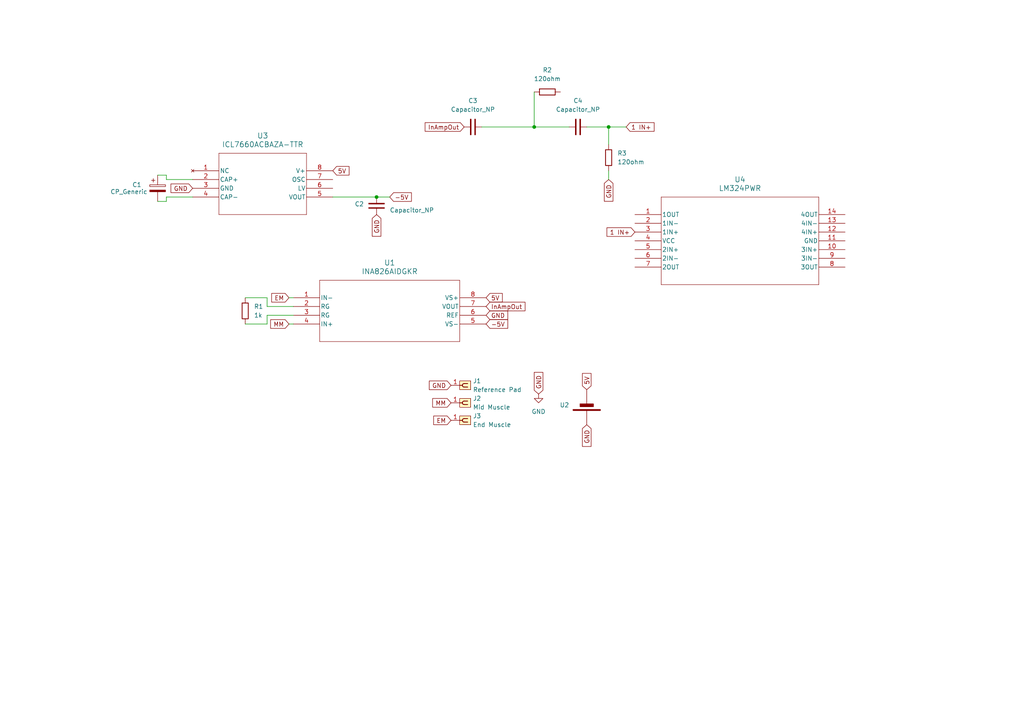
<source format=kicad_sch>
(kicad_sch
	(version 20231120)
	(generator "eeschema")
	(generator_version "8.0")
	(uuid "bcd4dd1b-b95e-4dfd-ae6a-d3ccdbb9c539")
	(paper "A4")
	(lib_symbols
		(symbol "2025-03-13_08-09-07:INA826AIDGKR"
			(pin_names
				(offset 0.254)
			)
			(exclude_from_sim no)
			(in_bom yes)
			(on_board yes)
			(property "Reference" "U"
				(at 27.94 10.16 0)
				(effects
					(font
						(size 1.524 1.524)
					)
				)
			)
			(property "Value" "INA826AIDGKR"
				(at 27.94 7.62 0)
				(effects
					(font
						(size 1.524 1.524)
					)
				)
			)
			(property "Footprint" "DGK8"
				(at 0 0 0)
				(effects
					(font
						(size 1.27 1.27)
						(italic yes)
					)
					(hide yes)
				)
			)
			(property "Datasheet" "INA826AIDGKR"
				(at 0 0 0)
				(effects
					(font
						(size 1.27 1.27)
						(italic yes)
					)
					(hide yes)
				)
			)
			(property "Description" ""
				(at 0 0 0)
				(effects
					(font
						(size 1.27 1.27)
					)
					(hide yes)
				)
			)
			(property "ki_locked" ""
				(at 0 0 0)
				(effects
					(font
						(size 1.27 1.27)
					)
				)
			)
			(property "ki_keywords" "INA826AIDGKR"
				(at 0 0 0)
				(effects
					(font
						(size 1.27 1.27)
					)
					(hide yes)
				)
			)
			(property "ki_fp_filters" "DGK8 DGK8-M DGK8-L"
				(at 0 0 0)
				(effects
					(font
						(size 1.27 1.27)
					)
					(hide yes)
				)
			)
			(symbol "INA826AIDGKR_0_1"
				(polyline
					(pts
						(xy 7.62 -12.7) (xy 48.26 -12.7)
					)
					(stroke
						(width 0.127)
						(type default)
					)
					(fill
						(type none)
					)
				)
				(polyline
					(pts
						(xy 7.62 5.08) (xy 7.62 -12.7)
					)
					(stroke
						(width 0.127)
						(type default)
					)
					(fill
						(type none)
					)
				)
				(polyline
					(pts
						(xy 48.26 -12.7) (xy 48.26 5.08)
					)
					(stroke
						(width 0.127)
						(type default)
					)
					(fill
						(type none)
					)
				)
				(polyline
					(pts
						(xy 48.26 5.08) (xy 7.62 5.08)
					)
					(stroke
						(width 0.127)
						(type default)
					)
					(fill
						(type none)
					)
				)
				(pin input line
					(at 0 0 0)
					(length 7.62)
					(name "IN-"
						(effects
							(font
								(size 1.27 1.27)
							)
						)
					)
					(number "1"
						(effects
							(font
								(size 1.27 1.27)
							)
						)
					)
				)
				(pin unspecified line
					(at 0 -2.54 0)
					(length 7.62)
					(name "RG"
						(effects
							(font
								(size 1.27 1.27)
							)
						)
					)
					(number "2"
						(effects
							(font
								(size 1.27 1.27)
							)
						)
					)
				)
				(pin unspecified line
					(at 0 -5.08 0)
					(length 7.62)
					(name "RG"
						(effects
							(font
								(size 1.27 1.27)
							)
						)
					)
					(number "3"
						(effects
							(font
								(size 1.27 1.27)
							)
						)
					)
				)
				(pin input line
					(at 0 -7.62 0)
					(length 7.62)
					(name "IN+"
						(effects
							(font
								(size 1.27 1.27)
							)
						)
					)
					(number "4"
						(effects
							(font
								(size 1.27 1.27)
							)
						)
					)
				)
				(pin power_in line
					(at 55.88 -7.62 180)
					(length 7.62)
					(name "VS-"
						(effects
							(font
								(size 1.27 1.27)
							)
						)
					)
					(number "5"
						(effects
							(font
								(size 1.27 1.27)
							)
						)
					)
				)
				(pin unspecified line
					(at 55.88 -5.08 180)
					(length 7.62)
					(name "REF"
						(effects
							(font
								(size 1.27 1.27)
							)
						)
					)
					(number "6"
						(effects
							(font
								(size 1.27 1.27)
							)
						)
					)
				)
				(pin output line
					(at 55.88 -2.54 180)
					(length 7.62)
					(name "VOUT"
						(effects
							(font
								(size 1.27 1.27)
							)
						)
					)
					(number "7"
						(effects
							(font
								(size 1.27 1.27)
							)
						)
					)
				)
				(pin power_in line
					(at 55.88 0 180)
					(length 7.62)
					(name "VS+"
						(effects
							(font
								(size 1.27 1.27)
							)
						)
					)
					(number "8"
						(effects
							(font
								(size 1.27 1.27)
							)
						)
					)
				)
			)
		)
		(symbol "INA7660:ICL7660ACBAZA-TTR"
			(pin_names
				(offset 0.254)
			)
			(exclude_from_sim no)
			(in_bom yes)
			(on_board yes)
			(property "Reference" "U"
				(at 20.32 10.16 0)
				(effects
					(font
						(size 1.524 1.524)
					)
				)
			)
			(property "Value" "ICL7660ACBAZA-TTR"
				(at 20.32 7.62 0)
				(effects
					(font
						(size 1.524 1.524)
					)
				)
			)
			(property "Footprint" "SOIC8_4X5_INR"
				(at 0 0 0)
				(effects
					(font
						(size 1.27 1.27)
						(italic yes)
					)
					(hide yes)
				)
			)
			(property "Datasheet" "ICL7660ACBAZA-TTR"
				(at 0 0 0)
				(effects
					(font
						(size 1.27 1.27)
						(italic yes)
					)
					(hide yes)
				)
			)
			(property "Description" ""
				(at 0 0 0)
				(effects
					(font
						(size 1.27 1.27)
					)
					(hide yes)
				)
			)
			(property "ki_locked" ""
				(at 0 0 0)
				(effects
					(font
						(size 1.27 1.27)
					)
				)
			)
			(property "ki_keywords" "ICL7660ACBAZA-TTR"
				(at 0 0 0)
				(effects
					(font
						(size 1.27 1.27)
					)
					(hide yes)
				)
			)
			(property "ki_fp_filters" "SOIC8_4X5_INR SOIC8_4X5_INR-M SOIC8_4X5_INR-L"
				(at 0 0 0)
				(effects
					(font
						(size 1.27 1.27)
					)
					(hide yes)
				)
			)
			(symbol "ICL7660ACBAZA-TTR_0_1"
				(polyline
					(pts
						(xy 7.62 -12.7) (xy 33.02 -12.7)
					)
					(stroke
						(width 0.127)
						(type default)
					)
					(fill
						(type none)
					)
				)
				(polyline
					(pts
						(xy 7.62 5.08) (xy 7.62 -12.7)
					)
					(stroke
						(width 0.127)
						(type default)
					)
					(fill
						(type none)
					)
				)
				(polyline
					(pts
						(xy 33.02 -12.7) (xy 33.02 5.08)
					)
					(stroke
						(width 0.127)
						(type default)
					)
					(fill
						(type none)
					)
				)
				(polyline
					(pts
						(xy 33.02 5.08) (xy 7.62 5.08)
					)
					(stroke
						(width 0.127)
						(type default)
					)
					(fill
						(type none)
					)
				)
				(pin no_connect line
					(at 0 0 0)
					(length 7.62)
					(name "NC"
						(effects
							(font
								(size 1.27 1.27)
							)
						)
					)
					(number "1"
						(effects
							(font
								(size 1.27 1.27)
							)
						)
					)
				)
				(pin unspecified line
					(at 0 -2.54 0)
					(length 7.62)
					(name "CAP+"
						(effects
							(font
								(size 1.27 1.27)
							)
						)
					)
					(number "2"
						(effects
							(font
								(size 1.27 1.27)
							)
						)
					)
				)
				(pin power_in line
					(at 0 -5.08 0)
					(length 7.62)
					(name "GND"
						(effects
							(font
								(size 1.27 1.27)
							)
						)
					)
					(number "3"
						(effects
							(font
								(size 1.27 1.27)
							)
						)
					)
				)
				(pin unspecified line
					(at 0 -7.62 0)
					(length 7.62)
					(name "CAP-"
						(effects
							(font
								(size 1.27 1.27)
							)
						)
					)
					(number "4"
						(effects
							(font
								(size 1.27 1.27)
							)
						)
					)
				)
				(pin output line
					(at 40.64 -7.62 180)
					(length 7.62)
					(name "VOUT"
						(effects
							(font
								(size 1.27 1.27)
							)
						)
					)
					(number "5"
						(effects
							(font
								(size 1.27 1.27)
							)
						)
					)
				)
				(pin unspecified line
					(at 40.64 -5.08 180)
					(length 7.62)
					(name "LV"
						(effects
							(font
								(size 1.27 1.27)
							)
						)
					)
					(number "6"
						(effects
							(font
								(size 1.27 1.27)
							)
						)
					)
				)
				(pin unspecified line
					(at 40.64 -2.54 180)
					(length 7.62)
					(name "OSC"
						(effects
							(font
								(size 1.27 1.27)
							)
						)
					)
					(number "7"
						(effects
							(font
								(size 1.27 1.27)
							)
						)
					)
				)
				(pin power_in line
					(at 40.64 0 180)
					(length 7.62)
					(name "V+"
						(effects
							(font
								(size 1.27 1.27)
							)
						)
					)
					(number "8"
						(effects
							(font
								(size 1.27 1.27)
							)
						)
					)
				)
			)
		)
		(symbol "LM324PWR:LM324PWR"
			(pin_names
				(offset 0.254)
			)
			(exclude_from_sim no)
			(in_bom yes)
			(on_board yes)
			(property "Reference" "U"
				(at 30.48 10.16 0)
				(effects
					(font
						(size 1.524 1.524)
					)
				)
			)
			(property "Value" "LM324PWR"
				(at 30.48 7.62 0)
				(effects
					(font
						(size 1.524 1.524)
					)
				)
			)
			(property "Footprint" "PW14"
				(at 0 0 0)
				(effects
					(font
						(size 1.27 1.27)
						(italic yes)
					)
					(hide yes)
				)
			)
			(property "Datasheet" "LM324PWR"
				(at 0 0 0)
				(effects
					(font
						(size 1.27 1.27)
						(italic yes)
					)
					(hide yes)
				)
			)
			(property "Description" ""
				(at 0 0 0)
				(effects
					(font
						(size 1.27 1.27)
					)
					(hide yes)
				)
			)
			(property "ki_locked" ""
				(at 0 0 0)
				(effects
					(font
						(size 1.27 1.27)
					)
				)
			)
			(property "ki_keywords" "LM324PWR"
				(at 0 0 0)
				(effects
					(font
						(size 1.27 1.27)
					)
					(hide yes)
				)
			)
			(property "ki_fp_filters" "PW14 PW14-M PW14-L"
				(at 0 0 0)
				(effects
					(font
						(size 1.27 1.27)
					)
					(hide yes)
				)
			)
			(symbol "LM324PWR_0_1"
				(polyline
					(pts
						(xy 7.62 -20.32) (xy 53.34 -20.32)
					)
					(stroke
						(width 0.127)
						(type default)
					)
					(fill
						(type none)
					)
				)
				(polyline
					(pts
						(xy 7.62 5.08) (xy 7.62 -20.32)
					)
					(stroke
						(width 0.127)
						(type default)
					)
					(fill
						(type none)
					)
				)
				(polyline
					(pts
						(xy 53.34 -20.32) (xy 53.34 5.08)
					)
					(stroke
						(width 0.127)
						(type default)
					)
					(fill
						(type none)
					)
				)
				(polyline
					(pts
						(xy 53.34 5.08) (xy 7.62 5.08)
					)
					(stroke
						(width 0.127)
						(type default)
					)
					(fill
						(type none)
					)
				)
				(pin output line
					(at 0 0 0)
					(length 7.62)
					(name "1OUT"
						(effects
							(font
								(size 1.27 1.27)
							)
						)
					)
					(number "1"
						(effects
							(font
								(size 1.27 1.27)
							)
						)
					)
				)
				(pin input line
					(at 60.96 -10.16 180)
					(length 7.62)
					(name "3IN+"
						(effects
							(font
								(size 1.27 1.27)
							)
						)
					)
					(number "10"
						(effects
							(font
								(size 1.27 1.27)
							)
						)
					)
				)
				(pin power_in line
					(at 60.96 -7.62 180)
					(length 7.62)
					(name "GND"
						(effects
							(font
								(size 1.27 1.27)
							)
						)
					)
					(number "11"
						(effects
							(font
								(size 1.27 1.27)
							)
						)
					)
				)
				(pin input line
					(at 60.96 -5.08 180)
					(length 7.62)
					(name "4IN+"
						(effects
							(font
								(size 1.27 1.27)
							)
						)
					)
					(number "12"
						(effects
							(font
								(size 1.27 1.27)
							)
						)
					)
				)
				(pin input line
					(at 60.96 -2.54 180)
					(length 7.62)
					(name "4IN-"
						(effects
							(font
								(size 1.27 1.27)
							)
						)
					)
					(number "13"
						(effects
							(font
								(size 1.27 1.27)
							)
						)
					)
				)
				(pin output line
					(at 60.96 0 180)
					(length 7.62)
					(name "4OUT"
						(effects
							(font
								(size 1.27 1.27)
							)
						)
					)
					(number "14"
						(effects
							(font
								(size 1.27 1.27)
							)
						)
					)
				)
				(pin input line
					(at 0 -2.54 0)
					(length 7.62)
					(name "1IN-"
						(effects
							(font
								(size 1.27 1.27)
							)
						)
					)
					(number "2"
						(effects
							(font
								(size 1.27 1.27)
							)
						)
					)
				)
				(pin input line
					(at 0 -5.08 0)
					(length 7.62)
					(name "1IN+"
						(effects
							(font
								(size 1.27 1.27)
							)
						)
					)
					(number "3"
						(effects
							(font
								(size 1.27 1.27)
							)
						)
					)
				)
				(pin power_in line
					(at 0 -7.62 0)
					(length 7.62)
					(name "VCC"
						(effects
							(font
								(size 1.27 1.27)
							)
						)
					)
					(number "4"
						(effects
							(font
								(size 1.27 1.27)
							)
						)
					)
				)
				(pin input line
					(at 0 -10.16 0)
					(length 7.62)
					(name "2IN+"
						(effects
							(font
								(size 1.27 1.27)
							)
						)
					)
					(number "5"
						(effects
							(font
								(size 1.27 1.27)
							)
						)
					)
				)
				(pin input line
					(at 0 -12.7 0)
					(length 7.62)
					(name "2IN-"
						(effects
							(font
								(size 1.27 1.27)
							)
						)
					)
					(number "6"
						(effects
							(font
								(size 1.27 1.27)
							)
						)
					)
				)
				(pin output line
					(at 0 -15.24 0)
					(length 7.62)
					(name "2OUT"
						(effects
							(font
								(size 1.27 1.27)
							)
						)
					)
					(number "7"
						(effects
							(font
								(size 1.27 1.27)
							)
						)
					)
				)
				(pin output line
					(at 60.96 -15.24 180)
					(length 7.62)
					(name "3OUT"
						(effects
							(font
								(size 1.27 1.27)
							)
						)
					)
					(number "8"
						(effects
							(font
								(size 1.27 1.27)
							)
						)
					)
				)
				(pin input line
					(at 60.96 -12.7 180)
					(length 7.62)
					(name "3IN-"
						(effects
							(font
								(size 1.27 1.27)
							)
						)
					)
					(number "9"
						(effects
							(font
								(size 1.27 1.27)
							)
						)
					)
				)
			)
		)
		(symbol "PCM_4ms_Power-symbol:GND"
			(power)
			(pin_names
				(offset 0)
			)
			(exclude_from_sim no)
			(in_bom yes)
			(on_board yes)
			(property "Reference" "#PWR"
				(at 0 -6.35 0)
				(effects
					(font
						(size 1.27 1.27)
					)
					(hide yes)
				)
			)
			(property "Value" "GND"
				(at 0 -3.81 0)
				(effects
					(font
						(size 1.27 1.27)
					)
				)
			)
			(property "Footprint" ""
				(at 0 0 0)
				(effects
					(font
						(size 1.27 1.27)
					)
					(hide yes)
				)
			)
			(property "Datasheet" ""
				(at 0 0 0)
				(effects
					(font
						(size 1.27 1.27)
					)
					(hide yes)
				)
			)
			(property "Description" ""
				(at 0 0 0)
				(effects
					(font
						(size 1.27 1.27)
					)
					(hide yes)
				)
			)
			(symbol "GND_0_1"
				(polyline
					(pts
						(xy 0 0) (xy 0 -1.27) (xy 1.27 -1.27) (xy 0 -2.54) (xy -1.27 -1.27) (xy 0 -1.27)
					)
					(stroke
						(width 0)
						(type default)
					)
					(fill
						(type none)
					)
				)
			)
			(symbol "GND_1_1"
				(pin power_in line
					(at 0 0 270)
					(length 0) hide
					(name "GND"
						(effects
							(font
								(size 1.27 1.27)
							)
						)
					)
					(number "1"
						(effects
							(font
								(size 1.27 1.27)
							)
						)
					)
				)
			)
		)
		(symbol "PCM_Capacitor_AKL:CP_Generic"
			(pin_numbers hide)
			(pin_names
				(offset 0.254)
			)
			(exclude_from_sim no)
			(in_bom yes)
			(on_board yes)
			(property "Reference" "C"
				(at 3.175 1.27 0)
				(effects
					(font
						(size 1.27 1.27)
					)
					(justify left)
				)
			)
			(property "Value" "CP_Generic"
				(at 3.175 -1.27 0)
				(effects
					(font
						(size 1.27 1.27)
					)
					(justify left)
				)
			)
			(property "Footprint" ""
				(at 0.9652 -3.81 0)
				(effects
					(font
						(size 1.27 1.27)
					)
					(hide yes)
				)
			)
			(property "Datasheet" "~"
				(at 0 0 0)
				(effects
					(font
						(size 1.27 1.27)
					)
					(hide yes)
				)
			)
			(property "Description" "Polarized capacitor, Generic European Symbol, Alternate KiCad Library"
				(at 0 0 0)
				(effects
					(font
						(size 1.27 1.27)
					)
					(hide yes)
				)
			)
			(property "ki_keywords" "cap capacitor polarized eu generic"
				(at 0 0 0)
				(effects
					(font
						(size 1.27 1.27)
					)
					(hide yes)
				)
			)
			(property "ki_fp_filters" "CP_*"
				(at 0 0 0)
				(effects
					(font
						(size 1.27 1.27)
					)
					(hide yes)
				)
			)
			(symbol "CP_Generic_0_1"
				(rectangle
					(start -2.286 1.016)
					(end 2.286 0.508)
					(stroke
						(width 0)
						(type default)
					)
					(fill
						(type none)
					)
				)
				(polyline
					(pts
						(xy -1.778 2.286) (xy -0.762 2.286)
					)
					(stroke
						(width 0)
						(type default)
					)
					(fill
						(type none)
					)
				)
				(polyline
					(pts
						(xy -1.27 2.794) (xy -1.27 1.778)
					)
					(stroke
						(width 0)
						(type default)
					)
					(fill
						(type none)
					)
				)
				(rectangle
					(start 2.286 -0.508)
					(end -2.286 -1.016)
					(stroke
						(width 0)
						(type default)
					)
					(fill
						(type outline)
					)
				)
			)
			(symbol "CP_Generic_0_2"
				(polyline
					(pts
						(xy -2.54 -2.54) (xy -0.6604 -0.6604)
					)
					(stroke
						(width 0)
						(type default)
					)
					(fill
						(type none)
					)
				)
				(polyline
					(pts
						(xy 0 2.032) (xy 1.016 2.032)
					)
					(stroke
						(width 0)
						(type default)
					)
					(fill
						(type none)
					)
				)
				(polyline
					(pts
						(xy 0.508 2.54) (xy 0.508 1.524)
					)
					(stroke
						(width 0)
						(type default)
					)
					(fill
						(type none)
					)
				)
				(polyline
					(pts
						(xy 0.6604 0.6604) (xy 2.54 2.54)
					)
					(stroke
						(width 0)
						(type default)
					)
					(fill
						(type none)
					)
				)
				(polyline
					(pts
						(xy -1.8796 0.6096) (xy 0.6096 -1.8796) (xy 0.9652 -1.524) (xy -1.524 0.9652) (xy -1.8796 0.6096)
					)
					(stroke
						(width 0)
						(type default)
					)
					(fill
						(type outline)
					)
				)
				(polyline
					(pts
						(xy -0.9652 1.524) (xy 1.524 -0.9652) (xy 1.8796 -0.6096) (xy -0.6096 1.8796) (xy -0.9652 1.524)
					)
					(stroke
						(width 0)
						(type default)
					)
					(fill
						(type none)
					)
				)
			)
			(symbol "CP_Generic_1_1"
				(pin passive line
					(at 0 3.81 270)
					(length 2.794)
					(name "~"
						(effects
							(font
								(size 1.27 1.27)
							)
						)
					)
					(number "1"
						(effects
							(font
								(size 1.27 1.27)
							)
						)
					)
				)
				(pin passive line
					(at 0 -3.81 90)
					(length 2.794)
					(name "~"
						(effects
							(font
								(size 1.27 1.27)
							)
						)
					)
					(number "2"
						(effects
							(font
								(size 1.27 1.27)
							)
						)
					)
				)
			)
			(symbol "CP_Generic_1_2"
				(pin passive line
					(at 2.54 2.54 270)
					(length 0)
					(name "~"
						(effects
							(font
								(size 1.27 1.27)
							)
						)
					)
					(number "1"
						(effects
							(font
								(size 1.27 1.27)
							)
						)
					)
				)
				(pin passive line
					(at -2.54 -2.54 90)
					(length 0)
					(name "~"
						(effects
							(font
								(size 1.27 1.27)
							)
						)
					)
					(number "2"
						(effects
							(font
								(size 1.27 1.27)
							)
						)
					)
				)
			)
		)
		(symbol "PCM_Elektuur:U"
			(pin_numbers hide)
			(pin_names
				(offset 0) hide)
			(exclude_from_sim no)
			(in_bom yes)
			(on_board yes)
			(property "Reference" "U"
				(at 0.635 3.175 0)
				(effects
					(font
						(size 1.27 1.27)
					)
					(justify left)
				)
			)
			(property "Value" "${SIM.PARAMS}"
				(at 0.635 -3.175 0)
				(effects
					(font
						(size 1.27 1.27)
					)
					(justify left)
				)
			)
			(property "Footprint" ""
				(at 0 0 0)
				(effects
					(font
						(size 1.27 1.27)
					)
					(hide yes)
				)
			)
			(property "Datasheet" ""
				(at 0 0 0)
				(effects
					(font
						(size 1.27 1.27)
					)
					(hide yes)
				)
			)
			(property "Description" "battery; primary/secondary cell; independent voltage source; DC supply"
				(at 0 0 0)
				(effects
					(font
						(size 1.27 1.27)
					)
					(hide yes)
				)
			)
			(property "Sim.Pins" "1=1 1=2 2=3 2=4"
				(at 0 0 0)
				(effects
					(font
						(size 1.27 1.27)
					)
					(hide yes)
				)
			)
			(property "Sim.Device" "SPICE"
				(at -2.54 3.175 0)
				(effects
					(font
						(size 1.27 1.27)
					)
					(hide yes)
				)
			)
			(property "Sim.Params" "type=\"V\" model=\"U\" lib=\"\""
				(at 0 0 0)
				(effects
					(font
						(size 1.27 1.27)
					)
					(hide yes)
				)
			)
			(property "Indicator" "+"
				(at -1.27 3.175 0)
				(effects
					(font
						(size 1.27 1.27)
					)
					(hide yes)
				)
			)
			(property "Rating" "Ah"
				(at -0.635 -3.175 0)
				(effects
					(font
						(size 1.27 1.27)
					)
					(justify right)
					(hide yes)
				)
			)
			(property "ki_keywords" "U V battery primary secondary cell independent voltage tension source DC ⎓ supply direct"
				(at 0 0 0)
				(effects
					(font
						(size 1.27 1.27)
					)
					(hide yes)
				)
			)
			(symbol "U_1_1"
				(rectangle
					(start -3.937 0.9398)
					(end 3.937 0.6858)
					(stroke
						(width 0.254)
						(type default)
					)
					(fill
						(type outline)
					)
				)
				(rectangle
					(start -1.905 -0.1778)
					(end 1.905 -0.9398)
					(stroke
						(width 0.254)
						(type default)
					)
					(fill
						(type outline)
					)
				)
				(pin passive line
					(at 0 5.08 270)
					(length 4.1402)
					(name "+"
						(effects
							(font
								(size 1.27 1.27)
							)
						)
					)
					(number "1"
						(effects
							(font
								(size 1.27 1.27)
							)
						)
					)
				)
				(pin passive line
					(at 0 -5.08 90)
					(length 4.1402)
					(name "-"
						(effects
							(font
								(size 1.27 1.27)
							)
						)
					)
					(number "2"
						(effects
							(font
								(size 1.27 1.27)
							)
						)
					)
				)
			)
			(symbol "U_1_2"
				(rectangle
					(start -3.937 0.6858)
					(end 3.937 0.4318)
					(stroke
						(width 0.254)
						(type default)
					)
					(fill
						(type outline)
					)
				)
				(rectangle
					(start -1.905 -0.4318)
					(end 1.905 -1.1938)
					(stroke
						(width 0.254)
						(type default)
					)
					(fill
						(type outline)
					)
				)
				(pin passive line
					(at 0 5.08 270)
					(length 4.3942)
					(name "+"
						(effects
							(font
								(size 1.27 1.27)
							)
						)
					)
					(number "1"
						(effects
							(font
								(size 1.27 1.27)
							)
						)
					)
				)
				(pin passive line
					(at 0 -5.08 90)
					(length 3.8862)
					(name "-"
						(effects
							(font
								(size 1.27 1.27)
							)
						)
					)
					(number "2"
						(effects
							(font
								(size 1.27 1.27)
							)
						)
					)
				)
			)
		)
		(symbol "PCM_SL_Devices:Capacitor_NP"
			(exclude_from_sim no)
			(in_bom yes)
			(on_board yes)
			(property "Reference" "C"
				(at 0 6.35 0)
				(effects
					(font
						(size 1.27 1.27)
					)
				)
			)
			(property "Value" "Capacitor_NP"
				(at 0 3.81 0)
				(effects
					(font
						(size 1.27 1.27)
					)
				)
			)
			(property "Footprint" "Capacitor_THT:C_Disc_D3.0mm_W2.0mm_P2.50mm"
				(at 0 -3.81 0)
				(effects
					(font
						(size 1.27 1.27)
					)
					(hide yes)
				)
			)
			(property "Datasheet" ""
				(at 0 0 0)
				(effects
					(font
						(size 1.27 1.27)
					)
					(hide yes)
				)
			)
			(property "Description" "Unpolarized Capacitor"
				(at 0 0 0)
				(effects
					(font
						(size 1.27 1.27)
					)
					(hide yes)
				)
			)
			(property "ki_keywords" "Capacitor"
				(at 0 0 0)
				(effects
					(font
						(size 1.27 1.27)
					)
					(hide yes)
				)
			)
			(property "ki_fp_filters" "Capacitor_THT:C_Rect_L7.0mm_W3.5mm_P5.00mm Capacitor_THT:C_Rect_L7.0mm_W4.5mm_P5.00mm Capacitor_THT:C_Rect_L29.0mm_W7.6mm_P27.50mm_MKT Capacitor_THT:C_Rect_L24.0mm_W7.0mm_P22.50mm_MKT Capacitor_THT:C_Rect_L11.5mm_W5.0mm_P10.00mm_MKT Capacitor_THT:C_Rect_L9.0mm_W3.6mm_P7.50mm_MKT"
				(at 0 0 0)
				(effects
					(font
						(size 1.27 1.27)
					)
					(hide yes)
				)
			)
			(symbol "Capacitor_NP_0_1"
				(rectangle
					(start -0.762 2.286)
					(end -0.508 -2.286)
					(stroke
						(width 0)
						(type default)
					)
					(fill
						(type outline)
					)
				)
				(rectangle
					(start 0.508 2.286)
					(end 0.762 -2.286)
					(stroke
						(width 0)
						(type default)
					)
					(fill
						(type outline)
					)
				)
			)
			(symbol "Capacitor_NP_1_1"
				(pin passive line
					(at -2.54 0 0)
					(length 2)
					(name "~"
						(effects
							(font
								(size 0 0)
							)
						)
					)
					(number "1"
						(effects
							(font
								(size 0 0)
							)
						)
					)
				)
				(pin input line
					(at 2.54 0 180)
					(length 2)
					(name "~"
						(effects
							(font
								(size 0 0)
							)
						)
					)
					(number "2"
						(effects
							(font
								(size 0 0)
							)
						)
					)
				)
			)
		)
		(symbol "PCM_SL_Pin_Headers:PINHD_1x1_Female"
			(exclude_from_sim no)
			(in_bom yes)
			(on_board yes)
			(property "Reference" "J"
				(at 0 6.35 0)
				(effects
					(font
						(size 1.27 1.27)
					)
				)
			)
			(property "Value" "PINHD_1x1_Female"
				(at 0 3.81 0)
				(effects
					(font
						(size 1.27 1.27)
					)
				)
			)
			(property "Footprint" "Connector_PinSocket_2.54mm:PinSocket_1x01_P2.54mm_Vertical"
				(at 2.54 8.89 0)
				(effects
					(font
						(size 1.27 1.27)
					)
					(hide yes)
				)
			)
			(property "Datasheet" ""
				(at 0 6.35 0)
				(effects
					(font
						(size 1.27 1.27)
					)
					(hide yes)
				)
			)
			(property "Description" "Pin Header female with pin space 2.54mm. Pin Count -1"
				(at 0 0 0)
				(effects
					(font
						(size 1.27 1.27)
					)
					(hide yes)
				)
			)
			(property "ki_keywords" "Pin Header"
				(at 0 0 0)
				(effects
					(font
						(size 1.27 1.27)
					)
					(hide yes)
				)
			)
			(property "ki_fp_filters" "PinSocket_1x01_P2.54mm*"
				(at 0 0 0)
				(effects
					(font
						(size 1.27 1.27)
					)
					(hide yes)
				)
			)
			(symbol "PINHD_1x1_Female_0_1"
				(rectangle
					(start -1.27 1.27)
					(end 1.905 -1.27)
					(stroke
						(width 0)
						(type default)
					)
					(fill
						(type background)
					)
				)
				(arc
					(start -0.508 0)
					(mid -0.3592 -0.3592)
					(end 0 -0.508)
					(stroke
						(width 0.25)
						(type default)
					)
					(fill
						(type none)
					)
				)
				(polyline
					(pts
						(xy -1.27 0) (xy -0.508 0)
					)
					(stroke
						(width 0.25)
						(type default)
					)
					(fill
						(type none)
					)
				)
				(polyline
					(pts
						(xy 0 -0.508) (xy 1.016 -0.508)
					)
					(stroke
						(width 0.25)
						(type default)
					)
					(fill
						(type none)
					)
				)
				(polyline
					(pts
						(xy 0 0.508) (xy 1.016 0.508)
					)
					(stroke
						(width 0.25)
						(type default)
					)
					(fill
						(type none)
					)
				)
				(arc
					(start 0 0.508)
					(mid -0.3592 0.3592)
					(end -0.508 0)
					(stroke
						(width 0.25)
						(type default)
					)
					(fill
						(type none)
					)
				)
			)
			(symbol "PINHD_1x1_Female_1_1"
				(pin passive line
					(at -3.81 0 0)
					(length 2.54)
					(name ""
						(effects
							(font
								(size 1.27 1.27)
							)
						)
					)
					(number "1"
						(effects
							(font
								(size 1.27 1.27)
							)
						)
					)
				)
			)
		)
		(symbol "PCM_SL_Resistors:120ohm"
			(exclude_from_sim no)
			(in_bom yes)
			(on_board yes)
			(property "Reference" "R"
				(at 0 5.08 0)
				(effects
					(font
						(size 1.27 1.27)
					)
				)
			)
			(property "Value" "120ohm"
				(at 0 2.54 0)
				(effects
					(font
						(size 1.27 1.27)
					)
				)
			)
			(property "Footprint" "Resistor_THT:R_Axial_DIN0207_L6.3mm_D2.5mm_P10.16mm_Horizontal"
				(at 0.889 -4.318 0)
				(effects
					(font
						(size 1.27 1.27)
					)
					(hide yes)
				)
			)
			(property "Datasheet" ""
				(at 0.508 0 0)
				(effects
					(font
						(size 1.27 1.27)
					)
					(hide yes)
				)
			)
			(property "Description" "120Ω, 1/4W Resistor"
				(at 0 0 0)
				(effects
					(font
						(size 1.27 1.27)
					)
					(hide yes)
				)
			)
			(property "ki_keywords" "Resistor"
				(at 0 0 0)
				(effects
					(font
						(size 1.27 1.27)
					)
					(hide yes)
				)
			)
			(property "ki_fp_filters" "Resistor_THT:R_Axial_DIN0207_L6.3mm_D2.5mm*"
				(at 0 0 0)
				(effects
					(font
						(size 1.27 1.27)
					)
					(hide yes)
				)
			)
			(symbol "120ohm_0_1"
				(rectangle
					(start -2.286 0.889)
					(end 2.286 -0.889)
					(stroke
						(width 0.24)
						(type default)
					)
					(fill
						(type none)
					)
				)
			)
			(symbol "120ohm_1_1"
				(pin passive line
					(at -3.81 0 0)
					(length 1.5)
					(name ""
						(effects
							(font
								(size 1.27 1.27)
							)
						)
					)
					(number "1"
						(effects
							(font
								(size 0 0)
							)
						)
					)
				)
				(pin passive line
					(at 3.81 0 180)
					(length 1.5)
					(name "~"
						(effects
							(font
								(size 1.27 1.27)
							)
						)
					)
					(number "2"
						(effects
							(font
								(size 0 0)
							)
						)
					)
				)
			)
		)
		(symbol "PCM_SL_Resistors:1k"
			(exclude_from_sim no)
			(in_bom yes)
			(on_board yes)
			(property "Reference" "R"
				(at 0 5.08 0)
				(effects
					(font
						(size 1.27 1.27)
					)
				)
			)
			(property "Value" "1k"
				(at 0 2.54 0)
				(effects
					(font
						(size 1.27 1.27)
					)
				)
			)
			(property "Footprint" "Resistor_THT:R_Axial_DIN0207_L6.3mm_D2.5mm_P10.16mm_Horizontal"
				(at 0.889 -4.318 0)
				(effects
					(font
						(size 1.27 1.27)
					)
					(hide yes)
				)
			)
			(property "Datasheet" ""
				(at 0.508 0 0)
				(effects
					(font
						(size 1.27 1.27)
					)
					(hide yes)
				)
			)
			(property "Description" "1kΩ, 1/4W Resistor"
				(at 0 0 0)
				(effects
					(font
						(size 1.27 1.27)
					)
					(hide yes)
				)
			)
			(property "ki_keywords" "Resistor"
				(at 0 0 0)
				(effects
					(font
						(size 1.27 1.27)
					)
					(hide yes)
				)
			)
			(property "ki_fp_filters" "Resistor_THT:R_Axial_DIN0207_L6.3mm_D2.5mm*"
				(at 0 0 0)
				(effects
					(font
						(size 1.27 1.27)
					)
					(hide yes)
				)
			)
			(symbol "1k_0_1"
				(rectangle
					(start -2.286 0.889)
					(end 2.286 -0.889)
					(stroke
						(width 0.24)
						(type default)
					)
					(fill
						(type none)
					)
				)
			)
			(symbol "1k_1_1"
				(pin passive line
					(at -3.81 0 0)
					(length 1.5)
					(name ""
						(effects
							(font
								(size 1.27 1.27)
							)
						)
					)
					(number "1"
						(effects
							(font
								(size 0 0)
							)
						)
					)
				)
				(pin passive line
					(at 3.81 0 180)
					(length 1.5)
					(name "~"
						(effects
							(font
								(size 1.27 1.27)
							)
						)
					)
					(number "2"
						(effects
							(font
								(size 0 0)
							)
						)
					)
				)
			)
		)
	)
	(junction
		(at 176.53 36.83)
		(diameter 0)
		(color 0 0 0 0)
		(uuid "126280a5-4c06-4911-aceb-2a763c835238")
	)
	(junction
		(at 109.22 57.15)
		(diameter 0)
		(color 0 0 0 0)
		(uuid "37123cce-9640-4c1d-97b0-b7991a8424de")
	)
	(junction
		(at 154.94 36.83)
		(diameter 0)
		(color 0 0 0 0)
		(uuid "addf6f9c-f476-43b5-940b-3821aadcb17e")
	)
	(wire
		(pts
			(xy 170.18 36.83) (xy 176.53 36.83)
		)
		(stroke
			(width 0)
			(type default)
		)
		(uuid "07d7a056-c9d0-42a3-bb2f-9accfe0abede")
	)
	(wire
		(pts
			(xy 48.26 52.07) (xy 55.88 52.07)
		)
		(stroke
			(width 0)
			(type default)
		)
		(uuid "14978260-0232-45f1-af76-5277f3538776")
	)
	(wire
		(pts
			(xy 83.82 86.36) (xy 85.09 86.36)
		)
		(stroke
			(width 0)
			(type default)
		)
		(uuid "18ded3e8-49f9-4da4-9c3b-5ac8d54d93ab")
	)
	(wire
		(pts
			(xy 77.47 88.9) (xy 85.09 88.9)
		)
		(stroke
			(width 0)
			(type default)
		)
		(uuid "31121ee3-8b16-4732-8c39-e8c2c7e7997d")
	)
	(wire
		(pts
			(xy 77.47 91.44) (xy 77.47 93.98)
		)
		(stroke
			(width 0)
			(type default)
		)
		(uuid "41dd44b3-fbda-4ff7-958e-a19da95678ab")
	)
	(wire
		(pts
			(xy 176.53 49.53) (xy 176.53 52.07)
		)
		(stroke
			(width 0)
			(type default)
		)
		(uuid "43ca6ca1-8ac5-41d8-bc33-5c4882a95337")
	)
	(wire
		(pts
			(xy 48.26 57.15) (xy 55.88 57.15)
		)
		(stroke
			(width 0)
			(type default)
		)
		(uuid "4656eab2-62ce-4464-9ec0-6d7fe8b7b57a")
	)
	(wire
		(pts
			(xy 45.72 50.8) (xy 48.26 50.8)
		)
		(stroke
			(width 0)
			(type default)
		)
		(uuid "4818c165-9a59-4179-bb85-8f117c2e24ce")
	)
	(wire
		(pts
			(xy 71.12 86.36) (xy 77.47 86.36)
		)
		(stroke
			(width 0)
			(type default)
		)
		(uuid "75164775-83a5-45af-b611-b71363e6cd4a")
	)
	(wire
		(pts
			(xy 71.12 93.98) (xy 77.47 93.98)
		)
		(stroke
			(width 0)
			(type default)
		)
		(uuid "83098bbd-301d-42f2-96f2-8f0219ff3f06")
	)
	(wire
		(pts
			(xy 139.7 36.83) (xy 154.94 36.83)
		)
		(stroke
			(width 0)
			(type default)
		)
		(uuid "8bb6ef76-dbca-4ce6-8716-b4ecdaeb9d96")
	)
	(wire
		(pts
			(xy 45.72 58.42) (xy 48.26 58.42)
		)
		(stroke
			(width 0)
			(type default)
		)
		(uuid "9883ad9c-ca73-4801-8b67-97c70e73612d")
	)
	(wire
		(pts
			(xy 77.47 86.36) (xy 77.47 88.9)
		)
		(stroke
			(width 0)
			(type default)
		)
		(uuid "a25ab096-476c-49b9-ad43-c57be214991b")
	)
	(wire
		(pts
			(xy 109.22 57.15) (xy 96.52 57.15)
		)
		(stroke
			(width 0)
			(type default)
		)
		(uuid "bb89b00a-9108-47ed-a113-e912bad5ff08")
	)
	(wire
		(pts
			(xy 154.94 36.83) (xy 165.1 36.83)
		)
		(stroke
			(width 0)
			(type default)
		)
		(uuid "bbbc35b0-6982-460f-a11a-5c419b71d5c0")
	)
	(wire
		(pts
			(xy 48.26 50.8) (xy 48.26 52.07)
		)
		(stroke
			(width 0)
			(type default)
		)
		(uuid "be449c28-c277-4265-8154-cedeece981fe")
	)
	(wire
		(pts
			(xy 154.94 26.67) (xy 154.94 36.83)
		)
		(stroke
			(width 0)
			(type default)
		)
		(uuid "c9019fc2-dbd4-4024-b57d-05d80908f6bb")
	)
	(wire
		(pts
			(xy 48.26 57.15) (xy 48.26 58.42)
		)
		(stroke
			(width 0)
			(type default)
		)
		(uuid "cc18c202-bbeb-4719-9d1f-a5df18c53a33")
	)
	(wire
		(pts
			(xy 113.03 57.15) (xy 109.22 57.15)
		)
		(stroke
			(width 0)
			(type default)
		)
		(uuid "dcc22bd0-5e9d-471b-b1f6-8c2652bb534a")
	)
	(wire
		(pts
			(xy 83.82 93.98) (xy 85.09 93.98)
		)
		(stroke
			(width 0)
			(type default)
		)
		(uuid "e0e3f61a-6889-4d40-88d7-2a8138794c46")
	)
	(wire
		(pts
			(xy 176.53 36.83) (xy 176.53 41.91)
		)
		(stroke
			(width 0)
			(type default)
		)
		(uuid "f628095d-605d-4c7b-8908-1f4dea8f6799")
	)
	(wire
		(pts
			(xy 176.53 36.83) (xy 181.61 36.83)
		)
		(stroke
			(width 0)
			(type default)
		)
		(uuid "f814fe1e-5548-473c-81a2-4b54b50524ca")
	)
	(wire
		(pts
			(xy 77.47 91.44) (xy 85.09 91.44)
		)
		(stroke
			(width 0)
			(type default)
		)
		(uuid "fde7db4a-d806-4436-a320-067df9426281")
	)
	(global_label "EM"
		(shape input)
		(at 83.82 86.36 180)
		(fields_autoplaced yes)
		(effects
			(font
				(size 1.27 1.27)
			)
			(justify right)
		)
		(uuid "139b8816-63a1-4aeb-b979-131115ae1806")
		(property "Intersheetrefs" "${INTERSHEET_REFS}"
			(at 78.2344 86.36 0)
			(effects
				(font
					(size 1.27 1.27)
				)
				(justify right)
				(hide yes)
			)
		)
	)
	(global_label "EM"
		(shape input)
		(at 130.81 121.92 180)
		(fields_autoplaced yes)
		(effects
			(font
				(size 1.27 1.27)
			)
			(justify right)
		)
		(uuid "14a8622b-59b6-4009-aba1-b9e192d46c67")
		(property "Intersheetrefs" "${INTERSHEET_REFS}"
			(at 125.2244 121.92 0)
			(effects
				(font
					(size 1.27 1.27)
				)
				(justify right)
				(hide yes)
			)
		)
	)
	(global_label "GND"
		(shape input)
		(at 156.21 114.3 90)
		(fields_autoplaced yes)
		(effects
			(font
				(size 1.27 1.27)
			)
			(justify left)
		)
		(uuid "1ab4fe28-46de-4400-aad7-f1a897821d20")
		(property "Intersheetrefs" "${INTERSHEET_REFS}"
			(at 156.21 107.4443 90)
			(effects
				(font
					(size 1.27 1.27)
				)
				(justify left)
				(hide yes)
			)
		)
	)
	(global_label "-5V"
		(shape input)
		(at 140.97 93.98 0)
		(fields_autoplaced yes)
		(effects
			(font
				(size 1.27 1.27)
			)
			(justify left)
		)
		(uuid "23a8b4cb-eb3a-4258-a176-f545c985f558")
		(property "Intersheetrefs" "${INTERSHEET_REFS}"
			(at 147.8257 93.98 0)
			(effects
				(font
					(size 1.27 1.27)
				)
				(justify left)
				(hide yes)
			)
		)
	)
	(global_label "5V"
		(shape input)
		(at 96.52 49.53 0)
		(fields_autoplaced yes)
		(effects
			(font
				(size 1.27 1.27)
			)
			(justify left)
		)
		(uuid "35cb6fff-3534-4242-a3ad-30fcd5bc677c")
		(property "Intersheetrefs" "${INTERSHEET_REFS}"
			(at 101.8033 49.53 0)
			(effects
				(font
					(size 1.27 1.27)
				)
				(justify left)
				(hide yes)
			)
		)
	)
	(global_label "5V"
		(shape input)
		(at 140.97 86.36 0)
		(fields_autoplaced yes)
		(effects
			(font
				(size 1.27 1.27)
			)
			(justify left)
		)
		(uuid "3cecb48d-a857-4cab-8c38-9f69340ea6ad")
		(property "Intersheetrefs" "${INTERSHEET_REFS}"
			(at 146.2533 86.36 0)
			(effects
				(font
					(size 1.27 1.27)
				)
				(justify left)
				(hide yes)
			)
		)
	)
	(global_label "GND"
		(shape input)
		(at 109.22 62.23 270)
		(fields_autoplaced yes)
		(effects
			(font
				(size 1.27 1.27)
			)
			(justify right)
		)
		(uuid "3ef52cc9-0052-43d4-9ff5-94785e7fac1b")
		(property "Intersheetrefs" "${INTERSHEET_REFS}"
			(at 109.22 69.0857 90)
			(effects
				(font
					(size 1.27 1.27)
				)
				(justify right)
				(hide yes)
			)
		)
	)
	(global_label "GND"
		(shape input)
		(at 170.18 123.19 270)
		(fields_autoplaced yes)
		(effects
			(font
				(size 1.27 1.27)
			)
			(justify right)
		)
		(uuid "42eca3d0-7d74-415e-a62e-22f431e8104a")
		(property "Intersheetrefs" "${INTERSHEET_REFS}"
			(at 170.18 130.0457 90)
			(effects
				(font
					(size 1.27 1.27)
				)
				(justify right)
				(hide yes)
			)
		)
	)
	(global_label "GND"
		(shape input)
		(at 176.53 52.07 270)
		(fields_autoplaced yes)
		(effects
			(font
				(size 1.27 1.27)
			)
			(justify right)
		)
		(uuid "4442f6b8-5f9f-44be-8682-a13c68c3ccdd")
		(property "Intersheetrefs" "${INTERSHEET_REFS}"
			(at 176.53 58.9257 90)
			(effects
				(font
					(size 1.27 1.27)
				)
				(justify right)
				(hide yes)
			)
		)
	)
	(global_label "1 IN+"
		(shape input)
		(at 181.61 36.83 0)
		(fields_autoplaced yes)
		(effects
			(font
				(size 1.27 1.27)
			)
			(justify left)
		)
		(uuid "4b19bb36-49c7-453a-a45b-9ee718ff682f")
		(property "Intersheetrefs" "${INTERSHEET_REFS}"
			(at 190.28 36.83 0)
			(effects
				(font
					(size 1.27 1.27)
				)
				(justify left)
				(hide yes)
			)
		)
	)
	(global_label "1 IN+"
		(shape input)
		(at 184.15 67.31 180)
		(fields_autoplaced yes)
		(effects
			(font
				(size 1.27 1.27)
			)
			(justify right)
		)
		(uuid "56ada8de-6aa3-4cae-809f-d570ab828677")
		(property "Intersheetrefs" "${INTERSHEET_REFS}"
			(at 175.48 67.31 0)
			(effects
				(font
					(size 1.27 1.27)
				)
				(justify right)
				(hide yes)
			)
		)
	)
	(global_label "GND"
		(shape input)
		(at 130.81 111.76 180)
		(fields_autoplaced yes)
		(effects
			(font
				(size 1.27 1.27)
			)
			(justify right)
		)
		(uuid "62ba4eba-1521-4268-8730-805f387dbaa8")
		(property "Intersheetrefs" "${INTERSHEET_REFS}"
			(at 123.9543 111.76 0)
			(effects
				(font
					(size 1.27 1.27)
				)
				(justify right)
				(hide yes)
			)
		)
	)
	(global_label "InAmpOut"
		(shape input)
		(at 134.62 36.83 180)
		(fields_autoplaced yes)
		(effects
			(font
				(size 1.27 1.27)
			)
			(justify right)
		)
		(uuid "6bb64219-f5f6-4034-9b88-93e6549a1680")
		(property "Intersheetrefs" "${INTERSHEET_REFS}"
			(at 122.7449 36.83 0)
			(effects
				(font
					(size 1.27 1.27)
				)
				(justify right)
				(hide yes)
			)
		)
	)
	(global_label "MM"
		(shape input)
		(at 83.82 93.98 180)
		(fields_autoplaced yes)
		(effects
			(font
				(size 1.27 1.27)
			)
			(justify right)
		)
		(uuid "79578afe-9129-4d37-9a21-dd0168f4b532")
		(property "Intersheetrefs" "${INTERSHEET_REFS}"
			(at 77.932 93.98 0)
			(effects
				(font
					(size 1.27 1.27)
				)
				(justify right)
				(hide yes)
			)
		)
	)
	(global_label "5V"
		(shape input)
		(at 170.18 113.03 90)
		(fields_autoplaced yes)
		(effects
			(font
				(size 1.27 1.27)
			)
			(justify left)
		)
		(uuid "7be02f98-c770-4bdd-8a40-34d9425f64b3")
		(property "Intersheetrefs" "${INTERSHEET_REFS}"
			(at 170.18 107.7467 90)
			(effects
				(font
					(size 1.27 1.27)
				)
				(justify left)
				(hide yes)
			)
		)
	)
	(global_label "GND"
		(shape input)
		(at 55.88 54.61 180)
		(fields_autoplaced yes)
		(effects
			(font
				(size 1.27 1.27)
			)
			(justify right)
		)
		(uuid "95d190a3-7fba-4a36-b55f-2d7b79e9126c")
		(property "Intersheetrefs" "${INTERSHEET_REFS}"
			(at 49.0243 54.61 0)
			(effects
				(font
					(size 1.27 1.27)
				)
				(justify right)
				(hide yes)
			)
		)
	)
	(global_label "-5V"
		(shape input)
		(at 113.03 57.15 0)
		(fields_autoplaced yes)
		(effects
			(font
				(size 1.27 1.27)
			)
			(justify left)
		)
		(uuid "aaf9839c-1e56-4019-97b3-a13a5a5ee841")
		(property "Intersheetrefs" "${INTERSHEET_REFS}"
			(at 119.8857 57.15 0)
			(effects
				(font
					(size 1.27 1.27)
				)
				(justify left)
				(hide yes)
			)
		)
	)
	(global_label "InAmpOut"
		(shape input)
		(at 140.97 88.9 0)
		(fields_autoplaced yes)
		(effects
			(font
				(size 1.27 1.27)
			)
			(justify left)
		)
		(uuid "c8ecb99f-764b-4c0e-ab3d-588f2faab1ad")
		(property "Intersheetrefs" "${INTERSHEET_REFS}"
			(at 152.8451 88.9 0)
			(effects
				(font
					(size 1.27 1.27)
				)
				(justify left)
				(hide yes)
			)
		)
	)
	(global_label "GND"
		(shape input)
		(at 140.97 91.44 0)
		(fields_autoplaced yes)
		(effects
			(font
				(size 1.27 1.27)
			)
			(justify left)
		)
		(uuid "ec785ddf-11fa-40be-8a9a-acdebbb6ddab")
		(property "Intersheetrefs" "${INTERSHEET_REFS}"
			(at 147.8257 91.44 0)
			(effects
				(font
					(size 1.27 1.27)
				)
				(justify left)
				(hide yes)
			)
		)
	)
	(global_label "MM"
		(shape input)
		(at 130.81 116.84 180)
		(fields_autoplaced yes)
		(effects
			(font
				(size 1.27 1.27)
			)
			(justify right)
		)
		(uuid "ee54c547-73ab-4329-bf22-162b5d8dcb44")
		(property "Intersheetrefs" "${INTERSHEET_REFS}"
			(at 124.922 116.84 0)
			(effects
				(font
					(size 1.27 1.27)
				)
				(justify right)
				(hide yes)
			)
		)
	)
	(symbol
		(lib_id "PCM_SL_Devices:Capacitor_NP")
		(at 167.64 36.83 0)
		(unit 1)
		(exclude_from_sim no)
		(in_bom yes)
		(on_board yes)
		(dnp no)
		(fields_autoplaced yes)
		(uuid "0227d51a-c46f-4db5-be15-7ff560fe3d62")
		(property "Reference" "C4"
			(at 167.64 29.21 0)
			(effects
				(font
					(size 1.27 1.27)
				)
			)
		)
		(property "Value" "Capacitor_NP"
			(at 167.64 31.75 0)
			(effects
				(font
					(size 1.27 1.27)
				)
			)
		)
		(property "Footprint" "Capacitor_THT:C_Disc_D3.0mm_W2.0mm_P2.50mm"
			(at 167.64 40.64 0)
			(effects
				(font
					(size 1.27 1.27)
				)
				(hide yes)
			)
		)
		(property "Datasheet" ""
			(at 167.64 36.83 0)
			(effects
				(font
					(size 1.27 1.27)
				)
				(hide yes)
			)
		)
		(property "Description" "Unpolarized Capacitor"
			(at 167.64 36.83 0)
			(effects
				(font
					(size 1.27 1.27)
				)
				(hide yes)
			)
		)
		(pin "1"
			(uuid "de399676-4874-43e9-a91e-927812553ab3")
		)
		(pin "2"
			(uuid "98dc3767-b6b3-4558-9995-165fffb706f4")
		)
		(instances
			(project "EMG Reference Amp"
				(path "/bcd4dd1b-b95e-4dfd-ae6a-d3ccdbb9c539"
					(reference "C4")
					(unit 1)
				)
			)
		)
	)
	(symbol
		(lib_id "PCM_SL_Devices:Capacitor_NP")
		(at 109.22 59.69 90)
		(unit 1)
		(exclude_from_sim no)
		(in_bom yes)
		(on_board yes)
		(dnp no)
		(uuid "025a7574-5a89-4912-8a95-cfcf8ae17eac")
		(property "Reference" "C2"
			(at 102.87 59.182 90)
			(effects
				(font
					(size 1.27 1.27)
				)
				(justify right)
			)
		)
		(property "Value" "Capacitor_NP"
			(at 113.03 60.9599 90)
			(effects
				(font
					(size 1.27 1.27)
				)
				(justify right)
			)
		)
		(property "Footprint" "Capacitor_THT:C_Disc_D3.0mm_W2.0mm_P2.50mm"
			(at 113.03 59.69 0)
			(effects
				(font
					(size 1.27 1.27)
				)
				(hide yes)
			)
		)
		(property "Datasheet" ""
			(at 109.22 59.69 0)
			(effects
				(font
					(size 1.27 1.27)
				)
				(hide yes)
			)
		)
		(property "Description" "Unpolarized Capacitor"
			(at 109.22 59.69 0)
			(effects
				(font
					(size 1.27 1.27)
				)
				(hide yes)
			)
		)
		(pin "2"
			(uuid "4da650d1-392c-4125-93f0-b7b90cb1db97")
		)
		(pin "1"
			(uuid "b22aefce-a678-4026-94d7-01e2f42b15b4")
		)
		(instances
			(project ""
				(path "/bcd4dd1b-b95e-4dfd-ae6a-d3ccdbb9c539"
					(reference "C2")
					(unit 1)
				)
			)
		)
	)
	(symbol
		(lib_id "2025-03-13_08-09-07:INA826AIDGKR")
		(at 85.09 86.36 0)
		(unit 1)
		(exclude_from_sim no)
		(in_bom yes)
		(on_board yes)
		(dnp no)
		(fields_autoplaced yes)
		(uuid "1e7b5dd8-0eb0-437a-b34e-96b67a6d67ca")
		(property "Reference" "U1"
			(at 113.03 76.2 0)
			(effects
				(font
					(size 1.524 1.524)
				)
			)
		)
		(property "Value" "INA826AIDGKR"
			(at 113.03 78.74 0)
			(effects
				(font
					(size 1.524 1.524)
				)
			)
		)
		(property "Footprint" "EMGAmp:DGK8"
			(at 85.09 86.36 0)
			(effects
				(font
					(size 1.27 1.27)
					(italic yes)
				)
				(hide yes)
			)
		)
		(property "Datasheet" "INA826AIDGKR"
			(at 85.09 86.36 0)
			(effects
				(font
					(size 1.27 1.27)
					(italic yes)
				)
				(hide yes)
			)
		)
		(property "Description" ""
			(at 85.09 86.36 0)
			(effects
				(font
					(size 1.27 1.27)
				)
				(hide yes)
			)
		)
		(pin "4"
			(uuid "07ab147a-c9aa-4dd6-ae5c-7aa2accb7670")
		)
		(pin "6"
			(uuid "33594312-7367-4a11-a67e-7048c23781f5")
		)
		(pin "8"
			(uuid "2006049e-de8d-432e-bc4a-b021621fdecd")
		)
		(pin "5"
			(uuid "c76405b8-2324-4a57-9426-35e7c08de224")
		)
		(pin "1"
			(uuid "73dad54b-a2c2-4b81-b74d-8a60ff34022e")
		)
		(pin "3"
			(uuid "bd208880-97d1-4bda-a1cc-727659b65d3e")
		)
		(pin "2"
			(uuid "b366d9bd-0c1b-4b47-a5bb-793f6e7f80a3")
		)
		(pin "7"
			(uuid "7d3630e7-30b5-4174-9e99-23572ac2aafa")
		)
		(instances
			(project ""
				(path "/bcd4dd1b-b95e-4dfd-ae6a-d3ccdbb9c539"
					(reference "U1")
					(unit 1)
				)
			)
		)
	)
	(symbol
		(lib_id "PCM_SL_Resistors:120ohm")
		(at 158.75 26.67 0)
		(unit 1)
		(exclude_from_sim no)
		(in_bom yes)
		(on_board yes)
		(dnp no)
		(fields_autoplaced yes)
		(uuid "28e28c06-b9b6-4c7a-a923-fbddb4612a70")
		(property "Reference" "R2"
			(at 158.75 20.32 0)
			(effects
				(font
					(size 1.27 1.27)
				)
			)
		)
		(property "Value" "120ohm"
			(at 158.75 22.86 0)
			(effects
				(font
					(size 1.27 1.27)
				)
			)
		)
		(property "Footprint" "Resistor_THT:R_Axial_DIN0207_L6.3mm_D2.5mm_P10.16mm_Horizontal"
			(at 159.639 30.988 0)
			(effects
				(font
					(size 1.27 1.27)
				)
				(hide yes)
			)
		)
		(property "Datasheet" ""
			(at 159.258 26.67 0)
			(effects
				(font
					(size 1.27 1.27)
				)
				(hide yes)
			)
		)
		(property "Description" "120Ω, 1/4W Resistor"
			(at 158.75 26.67 0)
			(effects
				(font
					(size 1.27 1.27)
				)
				(hide yes)
			)
		)
		(pin "1"
			(uuid "db8f881b-8380-49b4-a639-dbd04d11b60d")
		)
		(pin "2"
			(uuid "ab78d0d8-c540-4383-9e6a-795e2553aad8")
		)
		(instances
			(project ""
				(path "/bcd4dd1b-b95e-4dfd-ae6a-d3ccdbb9c539"
					(reference "R2")
					(unit 1)
				)
			)
		)
	)
	(symbol
		(lib_id "PCM_Elektuur:U")
		(at 170.18 118.11 180)
		(unit 1)
		(exclude_from_sim no)
		(in_bom yes)
		(on_board yes)
		(dnp no)
		(fields_autoplaced yes)
		(uuid "5fb2bedf-e6b5-4313-b87f-07b463fb079d")
		(property "Reference" "U2"
			(at 165.1 117.4749 0)
			(effects
				(font
					(size 1.27 1.27)
				)
				(justify left)
			)
		)
		(property "Value" "${SIM.PARAMS}"
			(at 165.1 119.38 0)
			(effects
				(font
					(size 1.27 1.27)
				)
				(justify left)
			)
		)
		(property "Footprint" ""
			(at 170.18 118.11 0)
			(effects
				(font
					(size 1.27 1.27)
				)
				(hide yes)
			)
		)
		(property "Datasheet" ""
			(at 170.18 118.11 0)
			(effects
				(font
					(size 1.27 1.27)
				)
				(hide yes)
			)
		)
		(property "Description" "battery; primary/secondary cell; independent voltage source; DC supply"
			(at 170.18 118.11 0)
			(effects
				(font
					(size 1.27 1.27)
				)
				(hide yes)
			)
		)
		(property "Field-1" "type=\"V\" model=\"U\" lib=\"\""
			(at 170.18 118.11 0)
			(effects
				(font
					(size 1.27 1.27)
				)
				(hide yes)
			)
		)
		(property "Indicator" "+"
			(at 171.45 121.285 0)
			(effects
				(font
					(size 1.27 1.27)
				)
				(hide yes)
			)
		)
		(property "Rating" "Ah"
			(at 170.815 114.935 0)
			(effects
				(font
					(size 1.27 1.27)
				)
				(justify right)
				(hide yes)
			)
		)
		(pin "2"
			(uuid "eec4d013-3698-425b-a568-fca2066d071d")
		)
		(pin "1"
			(uuid "c2fa7147-02bb-4259-87a2-24a45683d8d6")
		)
		(instances
			(project ""
				(path "/bcd4dd1b-b95e-4dfd-ae6a-d3ccdbb9c539"
					(reference "U2")
					(unit 1)
				)
			)
		)
	)
	(symbol
		(lib_id "PCM_SL_Pin_Headers:PINHD_1x1_Female")
		(at 134.62 111.76 0)
		(unit 1)
		(exclude_from_sim no)
		(in_bom yes)
		(on_board yes)
		(dnp no)
		(fields_autoplaced yes)
		(uuid "6324187f-53a9-43ff-8744-fdfef9dceadf")
		(property "Reference" "J1"
			(at 137.16 110.4899 0)
			(effects
				(font
					(size 1.27 1.27)
				)
				(justify left)
			)
		)
		(property "Value" "Reference Pad"
			(at 137.16 113.0299 0)
			(effects
				(font
					(size 1.27 1.27)
				)
				(justify left)
			)
		)
		(property "Footprint" "Connector_PinSocket_2.54mm:PinSocket_1x01_P2.54mm_Vertical"
			(at 137.16 102.87 0)
			(effects
				(font
					(size 1.27 1.27)
				)
				(hide yes)
			)
		)
		(property "Datasheet" ""
			(at 134.62 105.41 0)
			(effects
				(font
					(size 1.27 1.27)
				)
				(hide yes)
			)
		)
		(property "Description" "Pin Header female with pin space 2.54mm. Pin Count -1"
			(at 134.62 111.76 0)
			(effects
				(font
					(size 1.27 1.27)
				)
				(hide yes)
			)
		)
		(pin "1"
			(uuid "ccb1f796-de91-435c-8b57-b472e5139807")
		)
		(instances
			(project ""
				(path "/bcd4dd1b-b95e-4dfd-ae6a-d3ccdbb9c539"
					(reference "J1")
					(unit 1)
				)
			)
		)
	)
	(symbol
		(lib_id "PCM_SL_Pin_Headers:PINHD_1x1_Female")
		(at 134.62 121.92 0)
		(unit 1)
		(exclude_from_sim no)
		(in_bom yes)
		(on_board yes)
		(dnp no)
		(fields_autoplaced yes)
		(uuid "6a139d1e-6b59-44ac-8570-eb67dbbfde5a")
		(property "Reference" "J3"
			(at 137.16 120.6499 0)
			(effects
				(font
					(size 1.27 1.27)
				)
				(justify left)
			)
		)
		(property "Value" "End Muscle"
			(at 137.16 123.1899 0)
			(effects
				(font
					(size 1.27 1.27)
				)
				(justify left)
			)
		)
		(property "Footprint" "Connector_PinSocket_2.54mm:PinSocket_1x01_P2.54mm_Vertical"
			(at 137.16 113.03 0)
			(effects
				(font
					(size 1.27 1.27)
				)
				(hide yes)
			)
		)
		(property "Datasheet" ""
			(at 134.62 115.57 0)
			(effects
				(font
					(size 1.27 1.27)
				)
				(hide yes)
			)
		)
		(property "Description" "Pin Header female with pin space 2.54mm. Pin Count -1"
			(at 134.62 121.92 0)
			(effects
				(font
					(size 1.27 1.27)
				)
				(hide yes)
			)
		)
		(pin "1"
			(uuid "9e2a5fee-1cdd-4935-adce-31840abd843f")
		)
		(instances
			(project "EMG Reference Amp"
				(path "/bcd4dd1b-b95e-4dfd-ae6a-d3ccdbb9c539"
					(reference "J3")
					(unit 1)
				)
			)
		)
	)
	(symbol
		(lib_id "PCM_SL_Devices:Capacitor_NP")
		(at 137.16 36.83 0)
		(unit 1)
		(exclude_from_sim no)
		(in_bom yes)
		(on_board yes)
		(dnp no)
		(fields_autoplaced yes)
		(uuid "6df93ae3-e1cb-4870-b545-082abc04a14f")
		(property "Reference" "C3"
			(at 137.16 29.21 0)
			(effects
				(font
					(size 1.27 1.27)
				)
			)
		)
		(property "Value" "Capacitor_NP"
			(at 137.16 31.75 0)
			(effects
				(font
					(size 1.27 1.27)
				)
			)
		)
		(property "Footprint" "Capacitor_THT:C_Disc_D3.0mm_W2.0mm_P2.50mm"
			(at 137.16 40.64 0)
			(effects
				(font
					(size 1.27 1.27)
				)
				(hide yes)
			)
		)
		(property "Datasheet" ""
			(at 137.16 36.83 0)
			(effects
				(font
					(size 1.27 1.27)
				)
				(hide yes)
			)
		)
		(property "Description" "Unpolarized Capacitor"
			(at 137.16 36.83 0)
			(effects
				(font
					(size 1.27 1.27)
				)
				(hide yes)
			)
		)
		(pin "1"
			(uuid "e49d7191-bb5b-4013-8822-13ebb4affcea")
		)
		(pin "2"
			(uuid "c2999936-fca1-48c6-8eb8-864c20358bdd")
		)
		(instances
			(project ""
				(path "/bcd4dd1b-b95e-4dfd-ae6a-d3ccdbb9c539"
					(reference "C3")
					(unit 1)
				)
			)
		)
	)
	(symbol
		(lib_id "PCM_SL_Pin_Headers:PINHD_1x1_Female")
		(at 134.62 116.84 0)
		(unit 1)
		(exclude_from_sim no)
		(in_bom yes)
		(on_board yes)
		(dnp no)
		(fields_autoplaced yes)
		(uuid "8165b523-791d-473d-87f4-849d42ad9fe4")
		(property "Reference" "J2"
			(at 137.16 115.5699 0)
			(effects
				(font
					(size 1.27 1.27)
				)
				(justify left)
			)
		)
		(property "Value" "Mid Muscle"
			(at 137.16 118.1099 0)
			(effects
				(font
					(size 1.27 1.27)
				)
				(justify left)
			)
		)
		(property "Footprint" "Connector_PinSocket_2.54mm:PinSocket_1x01_P2.54mm_Vertical"
			(at 137.16 107.95 0)
			(effects
				(font
					(size 1.27 1.27)
				)
				(hide yes)
			)
		)
		(property "Datasheet" ""
			(at 134.62 110.49 0)
			(effects
				(font
					(size 1.27 1.27)
				)
				(hide yes)
			)
		)
		(property "Description" "Pin Header female with pin space 2.54mm. Pin Count -1"
			(at 134.62 116.84 0)
			(effects
				(font
					(size 1.27 1.27)
				)
				(hide yes)
			)
		)
		(pin "1"
			(uuid "11a1b892-0575-4ad1-b4a7-e2f974cf8a08")
		)
		(instances
			(project "EMG Reference Amp"
				(path "/bcd4dd1b-b95e-4dfd-ae6a-d3ccdbb9c539"
					(reference "J2")
					(unit 1)
				)
			)
		)
	)
	(symbol
		(lib_id "PCM_SL_Resistors:1k")
		(at 71.12 90.17 90)
		(unit 1)
		(exclude_from_sim no)
		(in_bom yes)
		(on_board yes)
		(dnp no)
		(fields_autoplaced yes)
		(uuid "8667fb51-7a55-4259-ad88-46b4dfe15d55")
		(property "Reference" "R1"
			(at 73.66 88.8999 90)
			(effects
				(font
					(size 1.27 1.27)
				)
				(justify right)
			)
		)
		(property "Value" "1k"
			(at 73.66 91.4399 90)
			(effects
				(font
					(size 1.27 1.27)
				)
				(justify right)
			)
		)
		(property "Footprint" "Resistor_THT:R_Axial_DIN0207_L6.3mm_D2.5mm_P10.16mm_Horizontal"
			(at 75.438 89.281 0)
			(effects
				(font
					(size 1.27 1.27)
				)
				(hide yes)
			)
		)
		(property "Datasheet" ""
			(at 71.12 89.662 0)
			(effects
				(font
					(size 1.27 1.27)
				)
				(hide yes)
			)
		)
		(property "Description" "1kΩ, 1/4W Resistor"
			(at 71.12 90.17 0)
			(effects
				(font
					(size 1.27 1.27)
				)
				(hide yes)
			)
		)
		(pin "1"
			(uuid "c32bfb40-7024-47e0-a385-27cc38d4efc7")
		)
		(pin "2"
			(uuid "65966442-e197-4a12-8df1-128b1256f38b")
		)
		(instances
			(project ""
				(path "/bcd4dd1b-b95e-4dfd-ae6a-d3ccdbb9c539"
					(reference "R1")
					(unit 1)
				)
			)
		)
	)
	(symbol
		(lib_id "PCM_SL_Resistors:120ohm")
		(at 176.53 45.72 90)
		(unit 1)
		(exclude_from_sim no)
		(in_bom yes)
		(on_board yes)
		(dnp no)
		(fields_autoplaced yes)
		(uuid "9e11a2ae-5e6b-41f7-a428-a9fdb10249a7")
		(property "Reference" "R3"
			(at 179.07 44.4499 90)
			(effects
				(font
					(size 1.27 1.27)
				)
				(justify right)
			)
		)
		(property "Value" "120ohm"
			(at 179.07 46.9899 90)
			(effects
				(font
					(size 1.27 1.27)
				)
				(justify right)
			)
		)
		(property "Footprint" "Resistor_THT:R_Axial_DIN0207_L6.3mm_D2.5mm_P10.16mm_Horizontal"
			(at 180.848 44.831 0)
			(effects
				(font
					(size 1.27 1.27)
				)
				(hide yes)
			)
		)
		(property "Datasheet" ""
			(at 176.53 45.212 0)
			(effects
				(font
					(size 1.27 1.27)
				)
				(hide yes)
			)
		)
		(property "Description" "120Ω, 1/4W Resistor"
			(at 176.53 45.72 0)
			(effects
				(font
					(size 1.27 1.27)
				)
				(hide yes)
			)
		)
		(pin "1"
			(uuid "3647a25e-30b3-43e1-80e5-32d81498dee9")
		)
		(pin "2"
			(uuid "482f84f7-95e6-4b22-9ad5-20c9eab352b0")
		)
		(instances
			(project "EMG Reference Amp"
				(path "/bcd4dd1b-b95e-4dfd-ae6a-d3ccdbb9c539"
					(reference "R3")
					(unit 1)
				)
			)
		)
	)
	(symbol
		(lib_id "PCM_4ms_Power-symbol:GND")
		(at 156.21 114.3 0)
		(unit 1)
		(exclude_from_sim no)
		(in_bom yes)
		(on_board yes)
		(dnp no)
		(fields_autoplaced yes)
		(uuid "d8288483-c61c-4c02-8234-9bbd0327a9b0")
		(property "Reference" "#PWR01"
			(at 156.21 120.65 0)
			(effects
				(font
					(size 1.27 1.27)
				)
				(hide yes)
			)
		)
		(property "Value" "GND"
			(at 156.21 119.38 0)
			(effects
				(font
					(size 1.27 1.27)
				)
			)
		)
		(property "Footprint" ""
			(at 156.21 114.3 0)
			(effects
				(font
					(size 1.27 1.27)
				)
				(hide yes)
			)
		)
		(property "Datasheet" ""
			(at 156.21 114.3 0)
			(effects
				(font
					(size 1.27 1.27)
				)
				(hide yes)
			)
		)
		(property "Description" ""
			(at 156.21 114.3 0)
			(effects
				(font
					(size 1.27 1.27)
				)
				(hide yes)
			)
		)
		(pin "1"
			(uuid "6f2b4c0f-7c02-4321-b57f-d73f24995a41")
		)
		(instances
			(project ""
				(path "/bcd4dd1b-b95e-4dfd-ae6a-d3ccdbb9c539"
					(reference "#PWR01")
					(unit 1)
				)
			)
		)
	)
	(symbol
		(lib_id "INA7660:ICL7660ACBAZA-TTR")
		(at 55.88 49.53 0)
		(unit 1)
		(exclude_from_sim no)
		(in_bom yes)
		(on_board yes)
		(dnp no)
		(fields_autoplaced yes)
		(uuid "db9ec4d9-69fc-4590-ae09-829f5507ca08")
		(property "Reference" "U3"
			(at 76.2 39.37 0)
			(effects
				(font
					(size 1.524 1.524)
				)
			)
		)
		(property "Value" "ICL7660ACBAZA-TTR"
			(at 76.2 41.91 0)
			(effects
				(font
					(size 1.524 1.524)
				)
			)
		)
		(property "Footprint" "SOIC8_4X5_INR"
			(at 55.88 49.53 0)
			(effects
				(font
					(size 1.27 1.27)
					(italic yes)
				)
				(hide yes)
			)
		)
		(property "Datasheet" "ICL7660ACBAZA-TTR"
			(at 55.88 49.53 0)
			(effects
				(font
					(size 1.27 1.27)
					(italic yes)
				)
				(hide yes)
			)
		)
		(property "Description" ""
			(at 55.88 49.53 0)
			(effects
				(font
					(size 1.27 1.27)
				)
				(hide yes)
			)
		)
		(pin "2"
			(uuid "4476e51c-1888-4174-8b9a-68647a6e94c3")
		)
		(pin "4"
			(uuid "fb4bd0c6-1a8b-4a84-b701-5ac015ab50dd")
		)
		(pin "8"
			(uuid "fde5a346-67d5-4cf0-8acb-2a260dd9583a")
		)
		(pin "5"
			(uuid "54a30fcc-1701-4d63-ad93-cde782da6ce6")
		)
		(pin "6"
			(uuid "5d0b4752-4cc9-48e4-bc5b-8eb6ae0f7cb8")
		)
		(pin "3"
			(uuid "32c5f770-7957-4a35-88aa-a15e1c424c9b")
		)
		(pin "7"
			(uuid "86207948-5a44-4876-a4ed-6e81ef829a7c")
		)
		(pin "1"
			(uuid "a6ce1565-e292-4f04-b184-8c6ed2b4cb2e")
		)
		(instances
			(project ""
				(path "/bcd4dd1b-b95e-4dfd-ae6a-d3ccdbb9c539"
					(reference "U3")
					(unit 1)
				)
			)
		)
	)
	(symbol
		(lib_id "LM324PWR:LM324PWR")
		(at 184.15 62.23 0)
		(unit 1)
		(exclude_from_sim no)
		(in_bom yes)
		(on_board yes)
		(dnp no)
		(fields_autoplaced yes)
		(uuid "eb28ea41-4754-4015-ba08-cc456d5e6261")
		(property "Reference" "U4"
			(at 214.63 52.07 0)
			(effects
				(font
					(size 1.524 1.524)
				)
			)
		)
		(property "Value" "LM324PWR"
			(at 214.63 54.61 0)
			(effects
				(font
					(size 1.524 1.524)
				)
			)
		)
		(property "Footprint" "PW14"
			(at 184.15 62.23 0)
			(effects
				(font
					(size 1.27 1.27)
					(italic yes)
				)
				(hide yes)
			)
		)
		(property "Datasheet" "LM324PWR"
			(at 184.15 62.23 0)
			(effects
				(font
					(size 1.27 1.27)
					(italic yes)
				)
				(hide yes)
			)
		)
		(property "Description" ""
			(at 184.15 62.23 0)
			(effects
				(font
					(size 1.27 1.27)
				)
				(hide yes)
			)
		)
		(pin "10"
			(uuid "d90dd02f-29f2-440c-bc10-556d54f210e3")
		)
		(pin "8"
			(uuid "c9f0c680-48e4-4464-92a2-231ad6da6ba4")
		)
		(pin "14"
			(uuid "28f13e10-befd-4b1d-828f-d9210e758827")
		)
		(pin "3"
			(uuid "eb78b9d0-f140-427e-84f4-39b416183d2f")
		)
		(pin "5"
			(uuid "0a2b63e1-9bd2-4b44-a757-45b5377d9c74")
		)
		(pin "13"
			(uuid "8fa8708e-7a0b-4d38-94bb-851cf81539de")
		)
		(pin "12"
			(uuid "5c48f3e7-1c15-4e83-a940-053a32d6d32f")
		)
		(pin "6"
			(uuid "b1e75813-8d3d-47d9-b708-18f5e60a33de")
		)
		(pin "1"
			(uuid "250e3726-0df5-4dd6-bac8-a3079244ebb2")
		)
		(pin "7"
			(uuid "bfcc8418-5484-40e0-accb-e95dbd7e4f0a")
		)
		(pin "4"
			(uuid "aaf771d7-9a79-4eb5-89c7-ae6cfe23a589")
		)
		(pin "9"
			(uuid "86514bc9-ce4e-4b69-8804-cf2d2d4e6254")
		)
		(pin "11"
			(uuid "c6a5c4aa-5433-4c27-a083-d2b046fe19d3")
		)
		(pin "2"
			(uuid "60c3c50d-d182-4896-83da-d2727c29ee6c")
		)
		(instances
			(project ""
				(path "/bcd4dd1b-b95e-4dfd-ae6a-d3ccdbb9c539"
					(reference "U4")
					(unit 1)
				)
			)
		)
	)
	(symbol
		(lib_id "PCM_Capacitor_AKL:CP_Generic")
		(at 45.72 54.61 0)
		(unit 1)
		(exclude_from_sim no)
		(in_bom yes)
		(on_board yes)
		(dnp no)
		(uuid "f77aae3e-2dee-4c5b-b956-98ee632201f1")
		(property "Reference" "C1"
			(at 38.354 53.594 0)
			(effects
				(font
					(size 1.27 1.27)
				)
				(justify left)
			)
		)
		(property "Value" "CP_Generic"
			(at 32.004 55.626 0)
			(effects
				(font
					(size 1.27 1.27)
				)
				(justify left)
			)
		)
		(property "Footprint" ""
			(at 46.6852 58.42 0)
			(effects
				(font
					(size 1.27 1.27)
				)
				(hide yes)
			)
		)
		(property "Datasheet" "~"
			(at 45.72 54.61 0)
			(effects
				(font
					(size 1.27 1.27)
				)
				(hide yes)
			)
		)
		(property "Description" "Polarized capacitor, Generic European Symbol, Alternate KiCad Library"
			(at 45.72 54.61 0)
			(effects
				(font
					(size 1.27 1.27)
				)
				(hide yes)
			)
		)
		(pin "2"
			(uuid "e67d0ec0-bdfb-4619-a733-84881e7e84be")
		)
		(pin "1"
			(uuid "bf24ac00-135f-49a3-beb5-b00f1a90e9c8")
		)
		(instances
			(project ""
				(path "/bcd4dd1b-b95e-4dfd-ae6a-d3ccdbb9c539"
					(reference "C1")
					(unit 1)
				)
			)
		)
	)
	(sheet_instances
		(path "/"
			(page "1")
		)
	)
)

</source>
